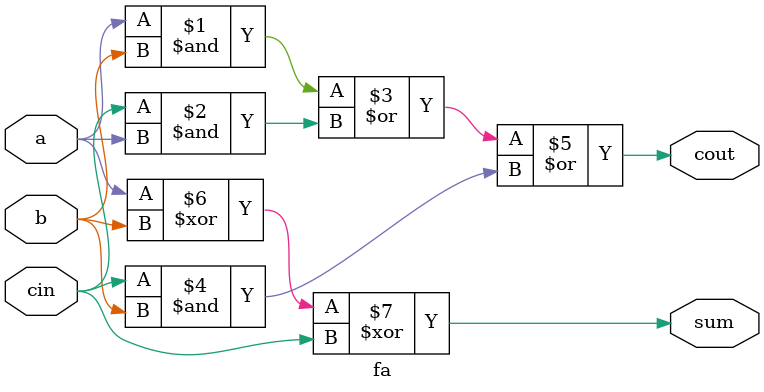
<source format=v>
module top_module ( 
    input [2:0] a, b,
    input cin,
    output [2:0] cout,
    output [2:0] sum );
    
    wire[2:0] cout_i;
    
    genvar i;
    	fa stage0 ( .a(a[0]), .b(b[0]), .cin(cin), .sum(sum[0]), .cout(cout_i[0]) );
    generate
        for (i = 1; i<=2; i = i + 1) begin : generating
            fa stages ( .a(a[i]), .b(b[i]), .cin(cout_i[i-1]), .sum(sum[i]), .cout(cout_i[i]) );
        end // generating
    endgenerate
    
    assign cout = cout_i;
endmodule

module fa ( input a, input b, input cin, output sum, output cout );
    
    assign cout = ((a & b) | (cin & a) | (cin & b));
    assign sum = a ^ b ^ cin;

endmodule

</source>
